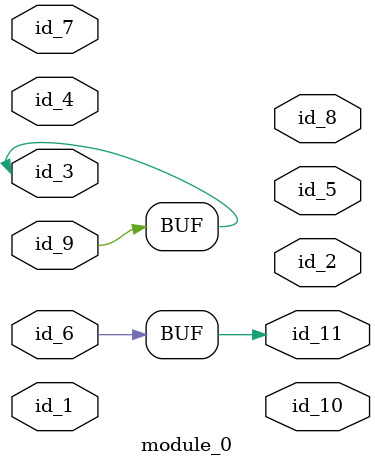
<source format=v>
`timescale 1ps / 1ps
module module_0 (
    id_1,
    id_2,
    id_3,
    id_4,
    id_5,
    id_6,
    id_7,
    id_8,
    id_9,
    id_10,
    id_11
);
  output id_11;
  output id_10;
  input id_9;
  output id_8;
  inout id_7;
  input id_6;
  output id_5;
  input id_4;
  inout id_3;
  output id_2;
  input id_1;
  reg id_11;
  always @(0) begin
    id_3 <= #1 id_9;
    {(1'b0), id_6} <= id_11;
  end
endmodule

</source>
